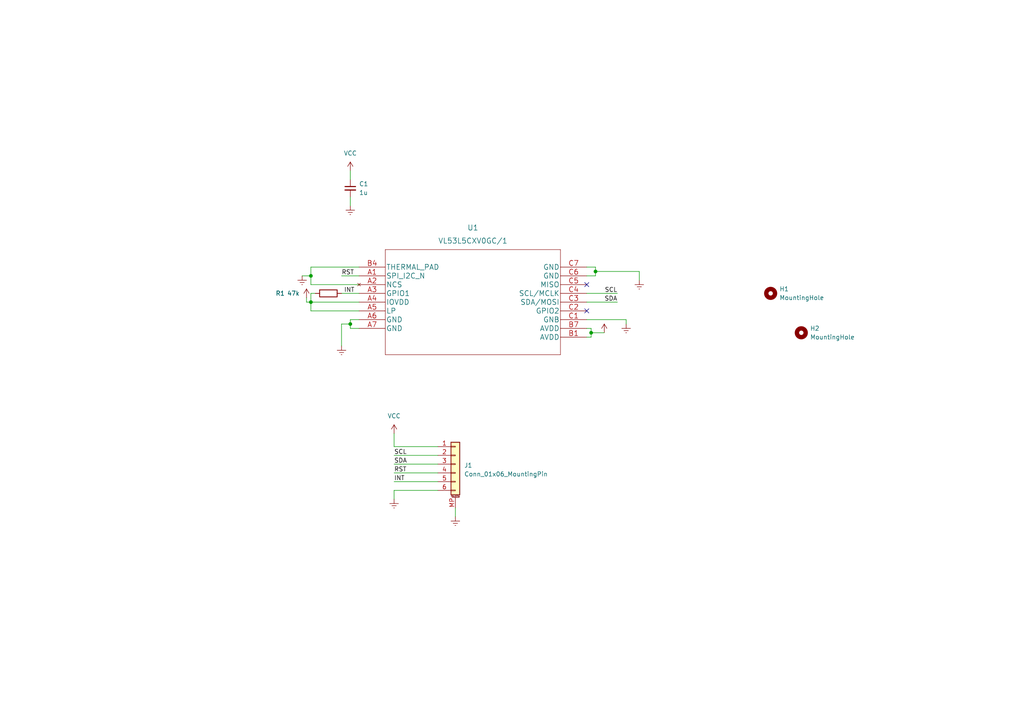
<source format=kicad_sch>
(kicad_sch (version 20211123) (generator eeschema)
  (paper "A4")
  (lib_symbols
    (symbol "Connector_Generic_MountingPin:Conn_01x06_MountingPin" (pin_names (offset 1.016) hide)
      (property "Reference" "J" (at 0 7.62 0))
      (property "Value" "Conn_01x06_MountingPin" (at 1.27 -10.16 0))
      (symbol "Conn_01x06_MountingPin_1_1"
        (rectangle (start -1.27 -7.493) (end 0 -7.747) (stroke (width 0.1524)))
        (rectangle (start -1.27 -4.953) (end 0 -5.207) (stroke (width 0.1524)))
        (rectangle (start -1.27 -2.413) (end 0 -2.667) (stroke (width 0.1524)))
        (rectangle (start -1.27 0.127) (end 0 -0.127) (stroke (width 0.1524)))
        (rectangle (start -1.27 2.667) (end 0 2.413) (stroke (width 0.1524)))
        (rectangle (start -1.27 5.207) (end 0 4.953) (stroke (width 0.1524)))
        (rectangle (start -1.27 6.35) (end 1.27 -8.89) (stroke (width 0.254)) (fill (type background)))
        (polyline (pts (xy -1.016 -9.652) (xy 1.016 -9.652)) (stroke (width 0.1524)))
        (text "Mounting" (at 0 -9.271 0) (effects (font (size 0.381 0.381))))
        (pin passive line (at -5.08 5.08 0) (length 3.81) (name "Pin_1") (number "1"))
        (pin passive line (at -5.08 2.54 0) (length 3.81) (name "Pin_2") (number "2"))
        (pin passive line (at -5.08 0 0) (length 3.81) (name "Pin_3") (number "3"))
        (pin passive line (at -5.08 -2.54 0) (length 3.81) (name "Pin_4") (number "4"))
        (pin passive line (at -5.08 -5.08 0) (length 3.81) (name "Pin_5") (number "5"))
        (pin passive line (at -5.08 -7.62 0) (length 3.81) (name "Pin_6") (number "6"))
        (pin passive line (at 0 -12.7 90) (length 3.048) (name "MountPin") (number "MP"))
      )
    )
    (symbol "Device:C_Small" (pin_numbers hide) (pin_names (offset 0.254) hide)
      (property "Reference" "C" (at 0.254 1.778 0))
      (property "Value" "C_Small" (at 0.254 -2.032 0))
      (symbol "C_Small_0_1"
        (polyline (pts (xy -1.524 -0.508) (xy 1.524 -0.508)) (stroke (width 0.3302)))
        (polyline (pts (xy -1.524 0.508) (xy 1.524 0.508)) (stroke (width 0.3048)))
      )
      (symbol "C_Small_1_1"
        (pin passive line (at 0 2.54 270) (length 2.032) (name "~") (number "1"))
        (pin passive line (at 0 -2.54 90) (length 2.032) (name "~") (number "2"))
      )
    )
    (symbol "Device:R" (pin_numbers hide) (pin_names (offset 0))
      (property "Reference" "R" (at 2.032 0 90))
      (property "Value" "R" (at 0 0 90))
      (symbol "R_0_1"
        (rectangle (start -1.016 -2.54) (end 1.016 2.54) (stroke (width 0.254)))
      )
      (symbol "R_1_1"
        (pin passive line (at 0 3.81 270) (length 1.27) (name "~") (number "1"))
        (pin passive line (at 0 -3.81 90) (length 1.27) (name "~") (number "2"))
      )
    )
    (symbol "Mechanical:MountingHole" (pin_names (offset 1.016))
      (property "Reference" "H" (at 0 5.08 0))
      (property "Value" "MountingHole" (at 0 3.175 0))
      (symbol "MountingHole_0_1"
        (circle (center 0 0) (radius 1.27) (stroke (width 1.27)))
      )
    )
    (symbol "power:Earth" (power) (pin_names (offset 0))
      (symbol "Earth_0_1"
        (polyline (pts (xy -0.635 -1.905) (xy 0.635 -1.905)))
        (polyline (pts (xy -0.127 -2.54) (xy 0.127 -2.54)))
        (polyline (pts (xy 0 -1.27) (xy 0 0)))
        (polyline (pts (xy 1.27 -1.27) (xy -1.27 -1.27)))
      )
      (symbol "Earth_1_1"
        (pin power_in line (at 0 0 270) (length 0) hide (name "Earth") (number "1"))
      )
    )
    (symbol "power:VCC" (power) (pin_names (offset 0))
      (property "Value" "VCC" (at 0 3.81 0))
      (symbol "VCC_0_1"
        (polyline (pts (xy -0.762 1.27) (xy 0 2.54)))
        (polyline (pts (xy 0 0) (xy 0 2.54)))
        (polyline (pts (xy 0 2.54) (xy 0.762 1.27)))
      )
      (symbol "VCC_1_1"
        (pin power_in line (at 0 0 90) (length 0) hide (name "VCC") (number "1"))
      )
    )
    (symbol "vl53l5cx:VL53L5CXV0GC{slash}1" (pin_names (offset 0.254))
      (property "Reference" "U" (at 33.02 10.16 0))
      (property "Value" "VL53L5CXV0GC{slash}1" (at 33.02 7.62 0))
      (symbol "VL53L5CXV0GC{slash}1_1_1"
        (polyline (pts (xy 7.62 -25.4) (xy 58.42 -25.4)) (stroke (width 0.127)))
        (polyline (pts (xy 7.62 5.08) (xy 7.62 -25.4)) (stroke (width 0.127)))
        (polyline (pts (xy 58.42 -25.4) (xy 58.42 5.08)) (stroke (width 0.127)))
        (polyline (pts (xy 58.42 5.08) (xy 7.62 5.08)) (stroke (width 0.127)))
        (pin unspecified line (at 0 -2.54 0) (length 7.62) (name "SPI_I2C_N") (number "A1"))
        (pin no_connect line (at 0 -5.08 0) (length 7.62) (name "NCS") (number "A2"))
        (pin bidirectional line (at 0 -7.62 0) (length 7.62) (name "GPIO1") (number "A3"))
        (pin power_in line (at 0 -10.16 0) (length 7.62) (name "IOVDD") (number "A4"))
        (pin unspecified line (at 0 -12.7 0) (length 7.62) (name "LP") (number "A5"))
        (pin power_in line (at 0 -15.24 0) (length 7.62) (name "GND") (number "A6"))
        (pin power_in line (at 0 -17.78 0) (length 7.62) (name "GND") (number "A7"))
        (pin power_in line (at 66.04 -20.32 180) (length 7.62) (name "AVDD") (number "B1"))
        (pin unspecified line (at 0 0 0) (length 7.62) (name "THERMAL_PAD") (number "B4"))
        (pin power_in line (at 66.04 -17.78 180) (length 7.62) (name "AVDD") (number "B7"))
        (pin unspecified line (at 66.04 -15.24 180) (length 7.62) (name "GNB") (number "C1"))
        (pin bidirectional line (at 66.04 -12.7 180) (length 7.62) (name "GPIO2") (number "C2"))
        (pin unspecified line (at 66.04 -10.16 180) (length 7.62) (name "SDA/MOSI") (number "C3"))
        (pin unspecified line (at 66.04 -7.62 180) (length 7.62) (name "SCL/MCLK") (number "C4"))
        (pin unspecified line (at 66.04 -5.08 180) (length 7.62) (name "MISO") (number "C5"))
        (pin power_in line (at 66.04 -2.54 180) (length 7.62) (name "GND") (number "C6"))
        (pin power_in line (at 66.04 0 180) (length 7.62) (name "GND") (number "C7"))
      )
    )
  )
  (junction (at 90.17 87.63))
  (junction (at 101.6 93.98))
  (junction (at 171.45 96.52))
  (junction (at 172.72 78.74))
  (junction (at 90.17 80.01))
  (no_connect (at 170.18 82.55))
  (no_connect (at 170.18 90.17))
  (wire (pts (xy 90.17 90.17) (xy 104.14 90.17)))
  (wire (pts (xy 171.45 96.52) (xy 171.45 95.25)))
  (wire (pts (xy 101.6 92.71) (xy 101.6 93.98)))
  (wire (pts (xy 114.3 132.08) (xy 127 132.08)))
  (wire (pts (xy 90.17 80.01) (xy 90.17 82.55)))
  (wire (pts (xy 170.18 87.63) (xy 179.07 87.63)))
  (wire (pts (xy 90.17 90.17) (xy 90.17 87.63)))
  (wire (pts (xy 99.06 80.01) (xy 104.14 80.01)))
  (wire (pts (xy 104.14 92.71) (xy 101.6 92.71)))
  (wire (pts (xy 172.72 78.74) (xy 172.72 80.01)))
  (wire (pts (xy 88.9 87.63) (xy 90.17 87.63)))
  (wire (pts (xy 91.44 85.09) (xy 90.17 85.09)))
  (wire (pts (xy 132.08 147.32) (xy 132.08 149.86)))
  (wire (pts (xy 170.18 77.47) (xy 172.72 77.47)))
  (wire (pts (xy 101.6 49.53) (xy 101.6 52.07)))
  (wire (pts (xy 172.72 77.47) (xy 172.72 78.74)))
  (wire (pts (xy 90.17 77.47) (xy 90.17 80.01)))
  (wire (pts (xy 114.3 139.7) (xy 127 139.7)))
  (wire (pts (xy 99.06 93.98) (xy 99.06 100.33)))
  (wire (pts (xy 90.17 82.55) (xy 104.14 82.55)))
  (wire (pts (xy 90.17 87.63) (xy 104.14 87.63)))
  (wire (pts (xy 114.3 137.16) (xy 127 137.16)))
  (wire (pts (xy 90.17 77.47) (xy 104.14 77.47)))
  (wire (pts (xy 171.45 96.52) (xy 175.26 96.52)))
  (wire (pts (xy 88.9 86.36) (xy 88.9 87.63)))
  (wire (pts (xy 114.3 142.24) (xy 114.3 144.78)))
  (wire (pts (xy 114.3 134.62) (xy 127 134.62)))
  (wire (pts (xy 101.6 93.98) (xy 99.06 93.98)))
  (wire (pts (xy 170.18 97.79) (xy 171.45 97.79)))
  (wire (pts (xy 101.6 95.25) (xy 104.14 95.25)))
  (wire (pts (xy 90.17 85.09) (xy 90.17 87.63)))
  (wire (pts (xy 127 129.54) (xy 114.3 129.54)))
  (wire (pts (xy 101.6 93.98) (xy 101.6 95.25)))
  (wire (pts (xy 171.45 97.79) (xy 171.45 96.52)))
  (wire (pts (xy 114.3 129.54) (xy 114.3 125.73)))
  (wire (pts (xy 172.72 80.01) (xy 170.18 80.01)))
  (wire (pts (xy 185.42 78.74) (xy 185.42 81.28)))
  (wire (pts (xy 99.06 85.09) (xy 104.14 85.09)))
  (wire (pts (xy 172.72 78.74) (xy 185.42 78.74)))
  (wire (pts (xy 170.18 95.25) (xy 171.45 95.25)))
  (wire (pts (xy 114.3 142.24) (xy 127 142.24)))
  (wire (pts (xy 170.18 85.09) (xy 179.07 85.09)))
  (wire (pts (xy 170.18 92.71) (xy 181.61 92.71)))
  (wire (pts (xy 87.63 80.01) (xy 90.17 80.01)))
  (wire (pts (xy 181.61 92.71) (xy 181.61 93.98)))
  (wire (pts (xy 101.6 57.15) (xy 101.6 59.69)))
  (label "SDA" (at 114.3 134.62 0))
  (label "SDA" (at 179.07 87.63 180))
  (label "SCL" (at 179.07 85.09 180))
  (label "RST" (at 99.06 80.01 0))
  (label "RST" (at 114.3 137.16 0))
  (label "INT" (at 102.87 85.09 180))
  (label "INT" (at 114.3 139.7 0))
  (label "SCL" (at 114.3 132.08 0))
  (symbol (lib_id "power:VCC") (at 101.6 49.53 0) (unit 1)
    (property "Reference" "#PWR0101" (effects hide))
    (property "Value" "VCC" (at 101.6 44.45 0))
  )
  (symbol (lib_id "Mechanical:MountingHole") (at 223.52 85.09 0) (unit 1)
    (property "Reference" "H1" (at 226.06 83.8199 0) (effects (justify left)))
    (property "Value" "MountingHole" (at 226.06 86.3599 0) (effects (justify left)))
    (property "Footprint" "MountingHole:MountingHole_2.2mm_M2_DIN965" (effects hide))
  )
  (symbol (lib_id "power:Earth") (at 132.08 149.86 0) (unit 1)
    (property "Reference" "#PWR0111" (effects hide))
    (property "Value" "Earth" (effects hide))
  )
  (symbol (lib_id "Connector_Generic_MountingPin:Conn_01x06_MountingPin") (at 132.08 134.62 0) (unit 1)
    (property "Reference" "J1" (at 134.62 134.9755 0) (effects (justify left)))
    (property "Value" "Conn_01x06_MountingPin" (at 134.62 137.5155 0) (effects (justify left)))
    (property "Footprint" "Connector_JST:JST_SH_BM06B-SRSS-TB_1x06-1MP_P1.00mm_Vertical" (effects hide))
  )
  (symbol (lib_id "power:Earth") (at 101.6 59.69 0) (unit 1)
    (property "Reference" "#PWR0102" (effects hide))
    (property "Value" "Earth" (effects hide))
  )
  (symbol (lib_id "power:Earth") (at 114.3 144.78 0) (unit 1)
    (property "Reference" "#PWR0108" (effects hide))
    (property "Value" "Earth" (effects hide))
  )
  (symbol (lib_id "power:Earth") (at 87.63 80.01 0) (unit 1)
    (property "Reference" "#PWR0105" (effects hide))
    (property "Value" "Earth" (effects hide))
  )
  (symbol (lib_id "power:VCC") (at 175.26 96.52 0) (unit 1)
    (property "Reference" "#PWR0109" (effects hide))
    (property "Value" "VCC" (effects hide))
  )
  (symbol (lib_id "Device:C_Small") (at 101.6 54.61 0) (unit 1)
    (property "Reference" "C1" (at 104.14 53.3462 0) (effects (justify left)))
    (property "Value" "1u" (at 104.14 55.8862 0) (effects (justify left)))
    (property "Footprint" "Capacitor_SMD:C_0402_1005Metric" (effects hide))
  )
  (symbol (lib_id "power:Earth") (at 99.06 100.33 0) (unit 1)
    (property "Reference" "#PWR0104" (effects hide))
    (property "Value" "Earth" (effects hide))
  )
  (symbol (lib_id "power:VCC") (at 88.9 86.36 0) (unit 1)
    (property "Reference" "#PWR0106" (effects hide))
    (property "Value" "VCC" (effects hide))
  )
  (symbol (lib_id "vl53l5cx:VL53L5CXV0GC{slash}1") (at 104.14 77.47 0) (unit 1)
    (property "Reference" "U1" (at 137.16 66.04 0) (effects (font (size 1.524 1.524))))
    (property "Value" "VL53L5CXV0GC/1" (at 137.16 69.85 0) (effects (font (size 1.524 1.524))))
    (property "Footprint" "vl53l5cx:VL53L5CX" (effects hide))
  )
  (symbol (lib_id "power:Earth") (at 181.61 93.98 0) (unit 1)
    (property "Reference" "#PWR0110" (effects hide))
    (property "Value" "Earth" (effects hide))
  )
  (symbol (lib_id "Mechanical:MountingHole") (at 232.41 96.52 0) (unit 1)
    (property "Reference" "H2" (at 234.95 95.2499 0) (effects (justify left)))
    (property "Value" "MountingHole" (at 234.95 97.7899 0) (effects (justify left)))
    (property "Footprint" "MountingHole:MountingHole_2.2mm_M2_DIN965" (effects hide))
  )
  (symbol (lib_id "Device:R") (at 95.25 85.09 270) (unit 1)
    (property "Reference" "R1" (at 81.28 85.09 90))
    (property "Value" "47k" (at 85.09 85.09 90))
    (property "Footprint" "Resistor_SMD:R_0402_1005Metric" (effects hide))
  )
  (symbol (lib_id "power:VCC") (at 114.3 125.73 0) (unit 1)
    (property "Reference" "#PWR0107" (effects hide))
    (property "Value" "VCC" (at 114.3 120.65 0))
  )
  (symbol (lib_id "power:Earth") (at 185.42 81.28 0) (unit 1)
    (property "Reference" "#PWR0103" (effects hide))
    (property "Value" "Earth" (effects hide))
  )
)
</source>
